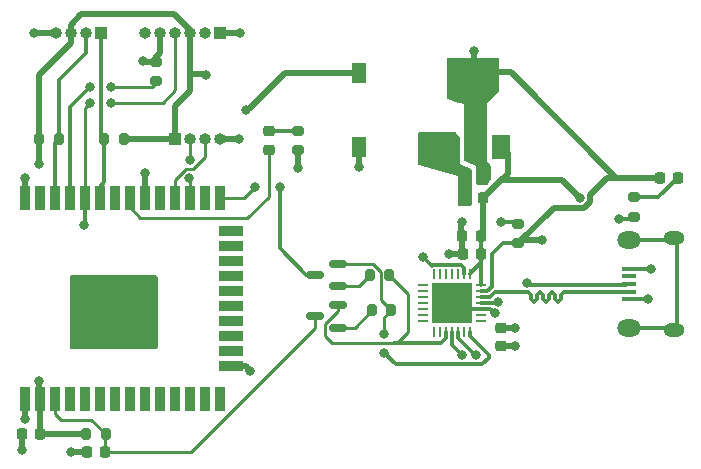
<source format=gbr>
%TF.GenerationSoftware,KiCad,Pcbnew,(6.0.2)*%
%TF.CreationDate,2022-04-08T16:17:17-05:00*%
%TF.ProjectId,Tlapixki-HelloWorld,546c6170-6978-46b6-992d-48656c6c6f57,rev?*%
%TF.SameCoordinates,Original*%
%TF.FileFunction,Copper,L1,Top*%
%TF.FilePolarity,Positive*%
%FSLAX46Y46*%
G04 Gerber Fmt 4.6, Leading zero omitted, Abs format (unit mm)*
G04 Created by KiCad (PCBNEW (6.0.2)) date 2022-04-08 16:17:17*
%MOMM*%
%LPD*%
G01*
G04 APERTURE LIST*
G04 Aperture macros list*
%AMRoundRect*
0 Rectangle with rounded corners*
0 $1 Rounding radius*
0 $2 $3 $4 $5 $6 $7 $8 $9 X,Y pos of 4 corners*
0 Add a 4 corners polygon primitive as box body*
4,1,4,$2,$3,$4,$5,$6,$7,$8,$9,$2,$3,0*
0 Add four circle primitives for the rounded corners*
1,1,$1+$1,$2,$3*
1,1,$1+$1,$4,$5*
1,1,$1+$1,$6,$7*
1,1,$1+$1,$8,$9*
0 Add four rect primitives between the rounded corners*
20,1,$1+$1,$2,$3,$4,$5,0*
20,1,$1+$1,$4,$5,$6,$7,0*
20,1,$1+$1,$6,$7,$8,$9,0*
20,1,$1+$1,$8,$9,$2,$3,0*%
G04 Aperture macros list end*
%TA.AperFunction,SMDPad,CuDef*%
%ADD10RoundRect,0.225000X0.225000X0.250000X-0.225000X0.250000X-0.225000X-0.250000X0.225000X-0.250000X0*%
%TD*%
%TA.AperFunction,SMDPad,CuDef*%
%ADD11RoundRect,0.200000X-0.275000X0.200000X-0.275000X-0.200000X0.275000X-0.200000X0.275000X0.200000X0*%
%TD*%
%TA.AperFunction,SMDPad,CuDef*%
%ADD12RoundRect,0.200000X0.200000X0.275000X-0.200000X0.275000X-0.200000X-0.275000X0.200000X-0.275000X0*%
%TD*%
%TA.AperFunction,SMDPad,CuDef*%
%ADD13RoundRect,0.200000X-0.200000X-0.275000X0.200000X-0.275000X0.200000X0.275000X-0.200000X0.275000X0*%
%TD*%
%TA.AperFunction,SMDPad,CuDef*%
%ADD14RoundRect,0.150000X0.587500X0.150000X-0.587500X0.150000X-0.587500X-0.150000X0.587500X-0.150000X0*%
%TD*%
%TA.AperFunction,SMDPad,CuDef*%
%ADD15R,1.500000X2.000000*%
%TD*%
%TA.AperFunction,SMDPad,CuDef*%
%ADD16R,3.800000X2.000000*%
%TD*%
%TA.AperFunction,ComponentPad*%
%ADD17R,1.000000X1.000000*%
%TD*%
%TA.AperFunction,ComponentPad*%
%ADD18O,1.000000X1.000000*%
%TD*%
%TA.AperFunction,SMDPad,CuDef*%
%ADD19RoundRect,0.200000X0.275000X-0.200000X0.275000X0.200000X-0.275000X0.200000X-0.275000X-0.200000X0*%
%TD*%
%TA.AperFunction,SMDPad,CuDef*%
%ADD20RoundRect,0.218750X0.218750X0.256250X-0.218750X0.256250X-0.218750X-0.256250X0.218750X-0.256250X0*%
%TD*%
%TA.AperFunction,SMDPad,CuDef*%
%ADD21RoundRect,0.062500X0.337500X0.062500X-0.337500X0.062500X-0.337500X-0.062500X0.337500X-0.062500X0*%
%TD*%
%TA.AperFunction,SMDPad,CuDef*%
%ADD22RoundRect,0.062500X0.062500X0.337500X-0.062500X0.337500X-0.062500X-0.337500X0.062500X-0.337500X0*%
%TD*%
%TA.AperFunction,SMDPad,CuDef*%
%ADD23R,3.350000X3.350000*%
%TD*%
%TA.AperFunction,SMDPad,CuDef*%
%ADD24RoundRect,0.225000X-0.250000X0.225000X-0.250000X-0.225000X0.250000X-0.225000X0.250000X0.225000X0*%
%TD*%
%TA.AperFunction,SMDPad,CuDef*%
%ADD25R,1.300000X0.450000*%
%TD*%
%TA.AperFunction,ComponentPad*%
%ADD26O,1.800000X1.150000*%
%TD*%
%TA.AperFunction,ComponentPad*%
%ADD27O,2.000000X1.450000*%
%TD*%
%TA.AperFunction,SMDPad,CuDef*%
%ADD28RoundRect,0.218750X-0.256250X0.218750X-0.256250X-0.218750X0.256250X-0.218750X0.256250X0.218750X0*%
%TD*%
%TA.AperFunction,SMDPad,CuDef*%
%ADD29R,0.900000X2.000000*%
%TD*%
%TA.AperFunction,SMDPad,CuDef*%
%ADD30R,2.000000X0.900000*%
%TD*%
%TA.AperFunction,SMDPad,CuDef*%
%ADD31R,5.000000X5.000000*%
%TD*%
%TA.AperFunction,SMDPad,CuDef*%
%ADD32R,1.200000X1.750000*%
%TD*%
%TA.AperFunction,ViaPad*%
%ADD33C,0.800000*%
%TD*%
%TA.AperFunction,Conductor*%
%ADD34C,0.500000*%
%TD*%
%TA.AperFunction,Conductor*%
%ADD35C,0.300000*%
%TD*%
%TA.AperFunction,Conductor*%
%ADD36C,0.250000*%
%TD*%
G04 APERTURE END LIST*
D10*
%TO.P,C3,1*%
%TO.N,+3V3*%
X108775000Y-112500000D03*
%TO.P,C3,2*%
%TO.N,GND*%
X107225000Y-112500000D03*
%TD*%
D11*
%TO.P,R9,1*%
%TO.N,Net-(D2-Pad1)*%
X93100000Y-108775000D03*
%TO.P,R9,2*%
%TO.N,GND*%
X93100000Y-110425000D03*
%TD*%
D12*
%TO.P,R8,1*%
%TO.N,+3V3*%
X78325000Y-109500000D03*
%TO.P,R8,2*%
%TO.N,SDA*%
X76675000Y-109500000D03*
%TD*%
D11*
%TO.P,R4,1*%
%TO.N,Net-(D1-Pad1)*%
X121500000Y-114425000D03*
%TO.P,R4,2*%
%TO.N,GND*%
X121500000Y-116075000D03*
%TD*%
D13*
%TO.P,R6,1*%
%TO.N,+3V3*%
X75175000Y-134500000D03*
%TO.P,R6,2*%
%TO.N,EN*%
X76825000Y-134500000D03*
%TD*%
D10*
%TO.P,C2,1*%
%TO.N,VBUS*%
X108550000Y-117700000D03*
%TO.P,C2,2*%
%TO.N,GND*%
X107000000Y-117700000D03*
%TD*%
D14*
%TO.P,Q1,1,B*%
%TO.N,Net-(Q1-Pad1)*%
X96437500Y-125450000D03*
%TO.P,Q1,2,E*%
%TO.N,RTS*%
X96437500Y-123550000D03*
%TO.P,Q1,3,C*%
%TO.N,EN*%
X94562500Y-124500000D03*
%TD*%
D15*
%TO.P,U1,1,GND*%
%TO.N,GND*%
X105700000Y-110150000D03*
%TO.P,U1,2,VO*%
%TO.N,+3V3*%
X108000000Y-110150000D03*
D16*
X108000000Y-103850000D03*
D15*
%TO.P,U1,3,VI*%
%TO.N,VBUS*%
X110300000Y-110150000D03*
%TD*%
D17*
%TO.P,J2,1,Pin_1*%
%TO.N,GND*%
X86500000Y-100500000D03*
D18*
%TO.P,J2,2,Pin_2*%
%TO.N,unconnected-(J2-Pad2)*%
X85230000Y-100500000D03*
%TO.P,J2,3,Pin_3*%
%TO.N,+3V3*%
X83960000Y-100500000D03*
%TO.P,J2,4,Pin_4*%
%TO.N,RX0*%
X82690000Y-100500000D03*
%TO.P,J2,5,Pin_5*%
%TO.N,TX0*%
X81420000Y-100500000D03*
%TO.P,J2,6,Pin_6*%
%TO.N,unconnected-(J2-Pad6)*%
X80150000Y-100500000D03*
%TD*%
D10*
%TO.P,C1,1*%
%TO.N,VBUS*%
X108775000Y-114500000D03*
%TO.P,C1,2*%
%TO.N,GND*%
X107225000Y-114500000D03*
%TD*%
D13*
%TO.P,R7,1*%
%TO.N,+3V3*%
X71175000Y-109500000D03*
%TO.P,R7,2*%
%TO.N,SCL*%
X72825000Y-109500000D03*
%TD*%
D10*
%TO.P,C4,1*%
%TO.N,VBUS*%
X108575000Y-119200000D03*
%TO.P,C4,2*%
%TO.N,GND*%
X107025000Y-119200000D03*
%TD*%
D19*
%TO.P,R5,1*%
%TO.N,Net-(R5-Pad1)*%
X81050000Y-104575000D03*
%TO.P,R5,2*%
%TO.N,TX0*%
X81050000Y-102925000D03*
%TD*%
D20*
%TO.P,D1,1,K*%
%TO.N,Net-(D1-Pad1)*%
X125287500Y-112750000D03*
%TO.P,D1,2,A*%
%TO.N,+3V3*%
X123712500Y-112750000D03*
%TD*%
D21*
%TO.P,U2,1,~{DCD}*%
%TO.N,unconnected-(U2-Pad1)*%
X108570000Y-124870000D03*
%TO.P,U2,2,~{RI}/CLK*%
%TO.N,unconnected-(U2-Pad2)*%
X108570000Y-124370000D03*
%TO.P,U2,3,GND*%
%TO.N,GND*%
X108570000Y-123870000D03*
%TO.P,U2,4,D+*%
%TO.N,/USB_D+*%
X108570000Y-123370000D03*
%TO.P,U2,5,D-*%
%TO.N,/USB_D-*%
X108570000Y-122870000D03*
%TO.P,U2,6,VDD*%
%TO.N,+3V3*%
X108570000Y-122370000D03*
%TO.P,U2,7,VREGIN*%
%TO.N,VBUS*%
X108570000Y-121870000D03*
D22*
%TO.P,U2,8,VBUS*%
X107620000Y-120920000D03*
%TO.P,U2,9,~{RST}*%
%TO.N,Net-(R3-Pad1)*%
X107120000Y-120920000D03*
%TO.P,U2,10,NC*%
%TO.N,unconnected-(U2-Pad10)*%
X106620000Y-120920000D03*
%TO.P,U2,11,~{SUSPEND}*%
%TO.N,unconnected-(U2-Pad11)*%
X106120000Y-120920000D03*
%TO.P,U2,12,SUSPEND*%
%TO.N,unconnected-(U2-Pad12)*%
X105620000Y-120920000D03*
%TO.P,U2,13,CHREN*%
%TO.N,unconnected-(U2-Pad13)*%
X105120000Y-120920000D03*
%TO.P,U2,14,CHR1*%
%TO.N,unconnected-(U2-Pad14)*%
X104620000Y-120920000D03*
D21*
%TO.P,U2,15,CHR0*%
%TO.N,unconnected-(U2-Pad15)*%
X103670000Y-121870000D03*
%TO.P,U2,16,~{WAKEUP}/GPIO.3*%
%TO.N,unconnected-(U2-Pad16)*%
X103670000Y-122370000D03*
%TO.P,U2,17,RS485/GPIO.2*%
%TO.N,unconnected-(U2-Pad17)*%
X103670000Y-122870000D03*
%TO.P,U2,18,~{RXT}/GPIO.1*%
%TO.N,unconnected-(U2-Pad18)*%
X103670000Y-123370000D03*
%TO.P,U2,19,~{TXT}/GPIO.0*%
%TO.N,unconnected-(U2-Pad19)*%
X103670000Y-123870000D03*
%TO.P,U2,20,GPIO.6*%
%TO.N,unconnected-(U2-Pad20)*%
X103670000Y-124370000D03*
%TO.P,U2,21,GPIO.5*%
%TO.N,unconnected-(U2-Pad21)*%
X103670000Y-124870000D03*
D22*
%TO.P,U2,22,GPIO.4*%
%TO.N,unconnected-(U2-Pad22)*%
X104620000Y-125820000D03*
%TO.P,U2,23,~{CTS}*%
%TO.N,unconnected-(U2-Pad23)*%
X105120000Y-125820000D03*
%TO.P,U2,24,~{RTS}*%
%TO.N,RTS*%
X105620000Y-125820000D03*
%TO.P,U2,25,RXD*%
%TO.N,TX0*%
X106120000Y-125820000D03*
%TO.P,U2,26,TXD*%
%TO.N,RX0*%
X106620000Y-125820000D03*
%TO.P,U2,27,~{DSR}*%
%TO.N,unconnected-(U2-Pad27)*%
X107120000Y-125820000D03*
%TO.P,U2,28,~{DTR}*%
%TO.N,DTR*%
X107620000Y-125820000D03*
D23*
%TO.P,U2,29,GND*%
%TO.N,GND*%
X106120000Y-123370000D03*
%TD*%
D24*
%TO.P,C5,1*%
%TO.N,+3V3*%
X110250000Y-125475000D03*
%TO.P,C5,2*%
%TO.N,GND*%
X110250000Y-127025000D03*
%TD*%
D10*
%TO.P,C7,1*%
%TO.N,+3V3*%
X71275000Y-134500000D03*
%TO.P,C7,2*%
%TO.N,GND*%
X69725000Y-134500000D03*
%TD*%
D11*
%TO.P,R3,1*%
%TO.N,Net-(R3-Pad1)*%
X111750000Y-116675000D03*
%TO.P,R3,2*%
%TO.N,+3V3*%
X111750000Y-118325000D03*
%TD*%
D25*
%TO.P,J1,1,VBUS*%
%TO.N,VBUS*%
X121100000Y-123050000D03*
%TO.P,J1,2,D-*%
%TO.N,/USB_D-*%
X121100000Y-122400000D03*
%TO.P,J1,3,D+*%
%TO.N,/USB_D+*%
X121100000Y-121750000D03*
%TO.P,J1,4,ID*%
%TO.N,unconnected-(J1-Pad4)*%
X121100000Y-121100000D03*
%TO.P,J1,5,GND*%
%TO.N,GND*%
X121100000Y-120450000D03*
D26*
%TO.P,J1,6,Shield*%
%TO.N,unconnected-(J1-Pad6)*%
X124950000Y-125625000D03*
D27*
X121150000Y-118025000D03*
X121150000Y-125475000D03*
D26*
X124950000Y-117875000D03*
%TD*%
D10*
%TO.P,C6,1*%
%TO.N,EN*%
X76775000Y-136000000D03*
%TO.P,C6,2*%
%TO.N,GND*%
X75225000Y-136000000D03*
%TD*%
D17*
%TO.P,J3,1,Pin_1*%
%TO.N,SDA*%
X76400000Y-100500000D03*
D18*
%TO.P,J3,2,Pin_2*%
%TO.N,SCL*%
X75130000Y-100500000D03*
%TO.P,J3,3,Pin_3*%
%TO.N,+3V3*%
X73860000Y-100500000D03*
%TO.P,J3,4,Pin_4*%
%TO.N,GND*%
X72590000Y-100500000D03*
%TD*%
D17*
%TO.P,J4,1,Pin_1*%
%TO.N,+3V3*%
X82690000Y-109500000D03*
D18*
%TO.P,J4,2,Pin_2*%
%TO.N,RX2*%
X83960000Y-109500000D03*
%TO.P,J4,3,Pin_3*%
%TO.N,TX2*%
X85230000Y-109500000D03*
%TO.P,J4,4,Pin_4*%
%TO.N,GND*%
X86500000Y-109500000D03*
%TD*%
D28*
%TO.P,D2,1,K*%
%TO.N,Net-(D2-Pad1)*%
X90600000Y-108812500D03*
%TO.P,D2,2,A*%
%TO.N,GPIO19*%
X90600000Y-110387500D03*
%TD*%
D14*
%TO.P,Q2,1,B*%
%TO.N,Net-(Q2-Pad1)*%
X96437500Y-121950000D03*
%TO.P,Q2,2,E*%
%TO.N,DTR*%
X96437500Y-120050000D03*
%TO.P,Q2,3,C*%
%TO.N,GPIO0*%
X94562500Y-121000000D03*
%TD*%
D12*
%TO.P,R2,1*%
%TO.N,RTS*%
X100825000Y-121000000D03*
%TO.P,R2,2*%
%TO.N,Net-(Q2-Pad1)*%
X99175000Y-121000000D03*
%TD*%
D29*
%TO.P,U3,1,GND*%
%TO.N,GND*%
X69945000Y-131500000D03*
%TO.P,U3,2,VDD*%
%TO.N,+3V3*%
X71215000Y-131500000D03*
%TO.P,U3,3,EN*%
%TO.N,EN*%
X72485000Y-131500000D03*
%TO.P,U3,4,SENSOR_VP*%
%TO.N,unconnected-(U3-Pad4)*%
X73755000Y-131500000D03*
%TO.P,U3,5,SENSOR_VN*%
%TO.N,unconnected-(U3-Pad5)*%
X75025000Y-131500000D03*
%TO.P,U3,6,IO34*%
%TO.N,unconnected-(U3-Pad6)*%
X76295000Y-131500000D03*
%TO.P,U3,7,IO35*%
%TO.N,unconnected-(U3-Pad7)*%
X77565000Y-131500000D03*
%TO.P,U3,8,IO32*%
%TO.N,unconnected-(U3-Pad8)*%
X78835000Y-131500000D03*
%TO.P,U3,9,IO33*%
%TO.N,unconnected-(U3-Pad9)*%
X80105000Y-131500000D03*
%TO.P,U3,10,IO25*%
%TO.N,unconnected-(U3-Pad10)*%
X81375000Y-131500000D03*
%TO.P,U3,11,IO26*%
%TO.N,unconnected-(U3-Pad11)*%
X82645000Y-131500000D03*
%TO.P,U3,12,IO27*%
%TO.N,unconnected-(U3-Pad12)*%
X83915000Y-131500000D03*
%TO.P,U3,13,IO14*%
%TO.N,unconnected-(U3-Pad13)*%
X85185000Y-131500000D03*
%TO.P,U3,14,IO12*%
%TO.N,unconnected-(U3-Pad14)*%
X86455000Y-131500000D03*
D30*
%TO.P,U3,15,GND*%
%TO.N,GND*%
X87455000Y-128715000D03*
%TO.P,U3,16,IO13*%
%TO.N,unconnected-(U3-Pad16)*%
X87455000Y-127445000D03*
%TO.P,U3,17,SHD/SD2*%
%TO.N,unconnected-(U3-Pad17)*%
X87455000Y-126175000D03*
%TO.P,U3,18,SWP/SD3*%
%TO.N,unconnected-(U3-Pad18)*%
X87455000Y-124905000D03*
%TO.P,U3,19,SCS/CMD*%
%TO.N,unconnected-(U3-Pad19)*%
X87455000Y-123635000D03*
%TO.P,U3,20,SCK/CLK*%
%TO.N,unconnected-(U3-Pad20)*%
X87455000Y-122365000D03*
%TO.P,U3,21,SDO/SD0*%
%TO.N,unconnected-(U3-Pad21)*%
X87455000Y-121095000D03*
%TO.P,U3,22,SDI/SD1*%
%TO.N,unconnected-(U3-Pad22)*%
X87455000Y-119825000D03*
%TO.P,U3,23,IO15*%
%TO.N,unconnected-(U3-Pad23)*%
X87455000Y-118555000D03*
%TO.P,U3,24,IO2*%
%TO.N,unconnected-(U3-Pad24)*%
X87455000Y-117285000D03*
D29*
%TO.P,U3,25,IO0*%
%TO.N,GPIO0*%
X86455000Y-114500000D03*
%TO.P,U3,26,IO4*%
%TO.N,unconnected-(U3-Pad26)*%
X85185000Y-114500000D03*
%TO.P,U3,27,IO16*%
%TO.N,RX2*%
X83915000Y-114500000D03*
%TO.P,U3,28,IO17*%
%TO.N,TX2*%
X82645000Y-114500000D03*
%TO.P,U3,29,IO5*%
%TO.N,unconnected-(U3-Pad29)*%
X81375000Y-114500000D03*
%TO.P,U3,30,IO18*%
%TO.N,GPIO18*%
X80105000Y-114500000D03*
%TO.P,U3,31,IO19*%
%TO.N,GPIO19*%
X78835000Y-114500000D03*
%TO.P,U3,32,NC*%
%TO.N,unconnected-(U3-Pad32)*%
X77565000Y-114500000D03*
%TO.P,U3,33,IO21*%
%TO.N,SDA*%
X76295000Y-114500000D03*
%TO.P,U3,34,RXD0/IO3*%
%TO.N,RX0*%
X75025000Y-114500000D03*
%TO.P,U3,35,TXD0/IO1*%
%TO.N,Net-(R5-Pad1)*%
X73755000Y-114500000D03*
%TO.P,U3,36,IO22*%
%TO.N,SCL*%
X72485000Y-114500000D03*
%TO.P,U3,37,IO23*%
%TO.N,unconnected-(U3-Pad37)*%
X71215000Y-114500000D03*
%TO.P,U3,38,GND*%
%TO.N,GND*%
X69945000Y-114500000D03*
D31*
%TO.P,U3,39,GND*%
X77445000Y-124000000D03*
%TD*%
D32*
%TO.P,S1,1*%
%TO.N,GND*%
X98250000Y-110125000D03*
%TO.P,S1,2*%
%TO.N,GPIO18*%
X98250000Y-103875000D03*
%TD*%
D12*
%TO.P,R1,1*%
%TO.N,DTR*%
X101000000Y-124000000D03*
%TO.P,R1,2*%
%TO.N,Net-(Q1-Pad1)*%
X99350000Y-124000000D03*
%TD*%
D33*
%TO.N,GND*%
X69945000Y-133195000D03*
X80750000Y-125750000D03*
X80750000Y-124750000D03*
X80750000Y-123750000D03*
X80750000Y-121750000D03*
X80750000Y-122750000D03*
X74250000Y-125750000D03*
X74250000Y-124750000D03*
X74250000Y-123750000D03*
X74250000Y-122750000D03*
X74250000Y-121750000D03*
%TO.N,VBUS*%
X116950000Y-114500000D03*
X122750000Y-123000000D03*
%TO.N,GND*%
X73900000Y-136000000D03*
X88100000Y-109500000D03*
X70750000Y-100500000D03*
X70000000Y-112750000D03*
X93100000Y-111900000D03*
X120250000Y-116250000D03*
X89050000Y-129100000D03*
X111500000Y-127000000D03*
X88150000Y-100500000D03*
X123000000Y-120500000D03*
X109750000Y-124250000D03*
X69700000Y-135850000D03*
X98250000Y-111850000D03*
X103750000Y-110650000D03*
X106950000Y-116531321D03*
X105900000Y-119200000D03*
X103750000Y-109500000D03*
%TO.N,+3V3*%
X71200000Y-111600000D03*
X71200000Y-130000000D03*
X113750000Y-118000000D03*
X85300000Y-104050000D03*
X107950000Y-102000000D03*
X111500000Y-125500000D03*
%TO.N,/USB_D+*%
X110012287Y-123254096D03*
X112500000Y-121655500D03*
%TO.N,RX0*%
X75000000Y-116750000D03*
X77300000Y-106400000D03*
X108150000Y-127750000D03*
X75500000Y-106400000D03*
%TO.N,TX0*%
X79950000Y-102850000D03*
X107000000Y-127800000D03*
%TO.N,RX2*%
X83900000Y-112750000D03*
X83950000Y-111250000D03*
%TO.N,DTR*%
X100400000Y-127600000D03*
X100400000Y-126000000D03*
%TO.N,GPIO0*%
X89450000Y-113550000D03*
X91550000Y-113550000D03*
%TO.N,Net-(R3-Pad1)*%
X110250000Y-116500000D03*
X103650000Y-119450000D03*
%TO.N,GPIO18*%
X88700000Y-107000000D03*
X80150000Y-112400000D03*
%TO.N,Net-(R5-Pad1)*%
X77300000Y-105100000D03*
X75500000Y-105050000D03*
%TD*%
D34*
%TO.N,GND*%
X69945000Y-131500000D02*
X69945000Y-133195000D01*
%TO.N,VBUS*%
X110300000Y-112975000D02*
X110850000Y-112425000D01*
X108575000Y-119200000D02*
X108575000Y-119575000D01*
D35*
X108575000Y-119925000D02*
X108575000Y-119200000D01*
D34*
X108775000Y-116625000D02*
X108775000Y-117775000D01*
X110300000Y-112975000D02*
X115425000Y-112975000D01*
D35*
X122750000Y-123000000D02*
X122695000Y-123055000D01*
D34*
X115425000Y-112975000D02*
X116950000Y-114500000D01*
X108775000Y-114500000D02*
X108775000Y-116625000D01*
D35*
X107620000Y-120920000D02*
X107620000Y-120880000D01*
X108570000Y-119930000D02*
X108575000Y-119925000D01*
D34*
X110850000Y-110700000D02*
X110300000Y-110150000D01*
D35*
X107620000Y-120880000D02*
X108575000Y-119925000D01*
X122695000Y-123055000D02*
X121345000Y-123055000D01*
D34*
X110850000Y-112425000D02*
X110850000Y-110700000D01*
D35*
X108550000Y-119500000D02*
X108550000Y-118000000D01*
X108570000Y-121870000D02*
X108570000Y-119930000D01*
D34*
X108775000Y-114500000D02*
X110300000Y-112975000D01*
%TO.N,GND*%
X111475000Y-127025000D02*
X111500000Y-127000000D01*
X87455000Y-128715000D02*
X88665000Y-128715000D01*
D35*
X109370000Y-123870000D02*
X108570000Y-123870000D01*
D34*
X107025000Y-119200000D02*
X105900000Y-119200000D01*
X75225000Y-136000000D02*
X73900000Y-136000000D01*
X86500000Y-100500000D02*
X88150000Y-100500000D01*
X69725000Y-135825000D02*
X69700000Y-135850000D01*
X98250000Y-110125000D02*
X98250000Y-111850000D01*
X88100000Y-109500000D02*
X86500000Y-109500000D01*
X107000000Y-119175000D02*
X107025000Y-119200000D01*
D35*
X108570000Y-123870000D02*
X106620000Y-123870000D01*
X121345000Y-120455000D02*
X122955000Y-120455000D01*
X121325000Y-116250000D02*
X121500000Y-116075000D01*
X120250000Y-116250000D02*
X121325000Y-116250000D01*
D34*
X69725000Y-134500000D02*
X69725000Y-135825000D01*
X106900000Y-116581321D02*
X106900000Y-117900000D01*
D35*
X106620000Y-123870000D02*
X106120000Y-123370000D01*
D34*
X69945000Y-112805000D02*
X70000000Y-112750000D01*
D35*
X109750000Y-124250000D02*
X109370000Y-123870000D01*
X122955000Y-120455000D02*
X123000000Y-120500000D01*
D34*
X93100000Y-110425000D02*
X93100000Y-111900000D01*
X88665000Y-128715000D02*
X89050000Y-129100000D01*
X106950000Y-116531321D02*
X106900000Y-116581321D01*
D35*
X107000000Y-123500000D02*
X107500000Y-124000000D01*
D34*
X110250000Y-127025000D02*
X111475000Y-127025000D01*
X70750000Y-100500000D02*
X72590000Y-100500000D01*
X107000000Y-117700000D02*
X107000000Y-119175000D01*
X69945000Y-114500000D02*
X69945000Y-112805000D01*
D35*
%TO.N,+3V3*%
X110425000Y-118325000D02*
X111750000Y-118325000D01*
D34*
X119250000Y-112750000D02*
X117799511Y-114200489D01*
X71215000Y-134440000D02*
X71275000Y-134500000D01*
X71200000Y-130000000D02*
X71200000Y-131485000D01*
X83960000Y-100260000D02*
X83960000Y-100500000D01*
X82690000Y-106710000D02*
X82690000Y-109500000D01*
X117799511Y-114200489D02*
X117799511Y-114851880D01*
X71275000Y-134500000D02*
X75175000Y-134500000D01*
X117301880Y-115349511D02*
X114725489Y-115349511D01*
X111100000Y-103850000D02*
X120000000Y-112750000D01*
X71150000Y-109475000D02*
X71175000Y-109500000D01*
X82600000Y-98900000D02*
X83960000Y-100260000D01*
D35*
X109500000Y-122000000D02*
X109500000Y-119250000D01*
D34*
X71175000Y-109500000D02*
X71175000Y-111575000D01*
X85210000Y-103960000D02*
X85300000Y-104050000D01*
D35*
X109500000Y-119250000D02*
X110425000Y-118325000D01*
D34*
X117799511Y-114851880D02*
X117301880Y-115349511D01*
X71215000Y-131500000D02*
X71215000Y-134440000D01*
X120000000Y-112750000D02*
X121000000Y-112750000D01*
D35*
X108570000Y-122370000D02*
X109130000Y-122370000D01*
D34*
X114725489Y-115349511D02*
X111750000Y-118325000D01*
X73860000Y-101340000D02*
X71150000Y-104050000D01*
X107950000Y-103800000D02*
X108000000Y-103850000D01*
X112075000Y-118000000D02*
X111750000Y-118325000D01*
X73860000Y-100500000D02*
X73860000Y-99790000D01*
X74750000Y-98900000D02*
X82600000Y-98900000D01*
X73860000Y-99790000D02*
X74750000Y-98900000D01*
X71175000Y-111575000D02*
X71200000Y-111600000D01*
X108000000Y-103850000D02*
X111100000Y-103850000D01*
X71200000Y-131485000D02*
X71215000Y-131500000D01*
X121000000Y-112750000D02*
X119250000Y-112750000D01*
X111475000Y-125475000D02*
X110250000Y-125475000D01*
X78325000Y-109500000D02*
X82690000Y-109500000D01*
D35*
X109130000Y-122370000D02*
X109500000Y-122000000D01*
D34*
X83960000Y-103960000D02*
X83960000Y-105440000D01*
X107950000Y-102000000D02*
X107950000Y-103800000D01*
X83960000Y-103960000D02*
X85210000Y-103960000D01*
X121000000Y-112750000D02*
X123712500Y-112750000D01*
X111500000Y-125500000D02*
X111475000Y-125475000D01*
X83960000Y-105440000D02*
X82690000Y-106710000D01*
X113750000Y-118000000D02*
X112075000Y-118000000D01*
X71150000Y-104850000D02*
X71150000Y-109475000D01*
X73860000Y-100500000D02*
X73860000Y-101340000D01*
X71150000Y-104050000D02*
X71150000Y-104850000D01*
X83960000Y-100500000D02*
X83960000Y-103960000D01*
D36*
%TO.N,EN*%
X84054022Y-136000000D02*
X94562500Y-125491522D01*
X72985000Y-133250000D02*
X75575000Y-133250000D01*
X94562500Y-125491522D02*
X94562500Y-124500000D01*
X76775000Y-136000000D02*
X84054022Y-136000000D01*
X76775000Y-136000000D02*
X76775000Y-134550000D01*
X72485000Y-132750000D02*
X72985000Y-133250000D01*
X75575000Y-133250000D02*
X76825000Y-134500000D01*
X72485000Y-131500000D02*
X72485000Y-132750000D01*
X76775000Y-134550000D02*
X76825000Y-134500000D01*
D35*
%TO.N,Net-(D1-Pad1)*%
X121500000Y-114425000D02*
X123612500Y-114425000D01*
X123612500Y-114425000D02*
X125287500Y-112750000D01*
%TO.N,Net-(D2-Pad1)*%
X90600000Y-108812500D02*
X93062500Y-108812500D01*
X93062500Y-108812500D02*
X93100000Y-108775000D01*
D36*
%TO.N,GPIO19*%
X88800000Y-116150000D02*
X79750000Y-116150000D01*
X90600000Y-110387500D02*
X90600000Y-114350000D01*
X79750000Y-116150000D02*
X78835000Y-115235000D01*
X90600000Y-114350000D02*
X88800000Y-116150000D01*
X78835000Y-115235000D02*
X78835000Y-114500000D01*
D35*
%TO.N,/USB_D-*%
X115345000Y-122655000D02*
X115595000Y-122405000D01*
X113595000Y-122405000D02*
X113845000Y-122655000D01*
X112845000Y-122655000D02*
X112845000Y-123016734D01*
X115345000Y-123016734D02*
X115345000Y-122655000D01*
X114345000Y-122655000D02*
X114595000Y-122405000D01*
X109336428Y-122870000D02*
X109801428Y-122405000D01*
X109801428Y-122405000D02*
X112595000Y-122405000D01*
X114345000Y-123016734D02*
X114345000Y-122655000D01*
X114095000Y-123266734D02*
X114345000Y-123016734D01*
X113095000Y-123266734D02*
X113345000Y-123016734D01*
X121095000Y-122405000D02*
X121100000Y-122400000D01*
X112845000Y-123016734D02*
X113095000Y-123266734D01*
X112595000Y-122405000D02*
X112845000Y-122655000D01*
X114845000Y-123016734D02*
X115095000Y-123266734D01*
X113345000Y-123016734D02*
X113345000Y-122655000D01*
X113345000Y-122655000D02*
X113595000Y-122405000D01*
X113845000Y-122655000D02*
X113845000Y-123016734D01*
X115095000Y-123266734D02*
X115345000Y-123016734D01*
X115595000Y-122405000D02*
X121095000Y-122405000D01*
X114595000Y-122405000D02*
X114845000Y-122655000D01*
X108570000Y-122870000D02*
X109336428Y-122870000D01*
X113845000Y-123016734D02*
X114095000Y-123266734D01*
X114845000Y-122655000D02*
X114845000Y-123016734D01*
%TO.N,/USB_D+*%
X112500000Y-121655500D02*
X112669989Y-121825489D01*
X110012287Y-123254096D02*
X109896383Y-123370000D01*
X109896383Y-123370000D02*
X108570000Y-123370000D01*
X112669989Y-121825489D02*
X120825489Y-121825489D01*
%TO.N,unconnected-(J1-Pad6)*%
X125045000Y-125480000D02*
X125195000Y-125630000D01*
X125195000Y-125630000D02*
X125195000Y-117880000D01*
X121150000Y-125475000D02*
X124800000Y-125475000D01*
X121395000Y-118030000D02*
X125045000Y-118030000D01*
X124800000Y-125475000D02*
X124950000Y-125625000D01*
X125045000Y-118030000D02*
X125195000Y-117880000D01*
D36*
%TO.N,RX0*%
X81650000Y-106400000D02*
X77300000Y-106400000D01*
D35*
X108067316Y-127750000D02*
X106620000Y-126302684D01*
D36*
X82690000Y-100500000D02*
X82690000Y-105360000D01*
D35*
X75025000Y-116725000D02*
X75025000Y-114500000D01*
X108150000Y-127750000D02*
X108067316Y-127750000D01*
X75000000Y-116750000D02*
X75025000Y-116725000D01*
D36*
X82690000Y-105360000D02*
X81650000Y-106400000D01*
X75025000Y-106875000D02*
X75500000Y-106400000D01*
X75025000Y-114500000D02*
X75025000Y-106875000D01*
D35*
X106620000Y-126302684D02*
X106620000Y-125820000D01*
D34*
%TO.N,TX0*%
X81050000Y-102925000D02*
X80025000Y-102925000D01*
D35*
X107000000Y-127800000D02*
X106120000Y-126920000D01*
D34*
X81000000Y-102600000D02*
X81420000Y-102180000D01*
X81420000Y-102180000D02*
X81420000Y-100500000D01*
X80025000Y-102925000D02*
X79950000Y-102850000D01*
D35*
X106120000Y-126920000D02*
X106120000Y-125820000D01*
%TO.N,SDA*%
X76675000Y-109500000D02*
X76400000Y-109225000D01*
X76700000Y-113150000D02*
X76700000Y-109525000D01*
X76295000Y-114500000D02*
X76295000Y-113555000D01*
X76295000Y-113555000D02*
X76700000Y-113150000D01*
X76400000Y-109225000D02*
X76400000Y-100500000D01*
%TO.N,SCL*%
X72485000Y-109840000D02*
X72825000Y-109500000D01*
X75130000Y-102220000D02*
X75130000Y-100500000D01*
X72825000Y-109500000D02*
X72825000Y-104525000D01*
X72485000Y-114500000D02*
X72485000Y-109840000D01*
X72825000Y-104525000D02*
X75130000Y-102220000D01*
D36*
%TO.N,RX2*%
X83915000Y-114500000D02*
X83915000Y-112765000D01*
X83915000Y-112765000D02*
X83900000Y-112750000D01*
X83960000Y-109500000D02*
X83960000Y-111240000D01*
X83960000Y-111240000D02*
X83950000Y-111250000D01*
%TO.N,TX2*%
X85230000Y-110994614D02*
X84199125Y-112025489D01*
X85230000Y-109500000D02*
X85230000Y-110994614D01*
X82645000Y-112955000D02*
X82645000Y-114500000D01*
X83574511Y-112025489D02*
X82645000Y-112955000D01*
X84199125Y-112025489D02*
X83574511Y-112025489D01*
%TO.N,Net-(Q1-Pad1)*%
X99350000Y-124000000D02*
X97900000Y-125450000D01*
X97900000Y-125450000D02*
X96437500Y-125450000D01*
%TO.N,RTS*%
X95375480Y-126175480D02*
X95950000Y-126750000D01*
X96437500Y-123550000D02*
X96437500Y-124041428D01*
D35*
X105223644Y-126750000D02*
X105620000Y-126353644D01*
D36*
X95950000Y-126750000D02*
X101250000Y-126750000D01*
X102400000Y-122575000D02*
X100825000Y-121000000D01*
X95375480Y-125103448D02*
X95375480Y-126175480D01*
D35*
X101250000Y-126750000D02*
X105223644Y-126750000D01*
D36*
X101500000Y-126750000D02*
X102400000Y-125850000D01*
X96437500Y-124041428D02*
X95375480Y-125103448D01*
X102400000Y-125850000D02*
X102400000Y-122575000D01*
X101250000Y-126750000D02*
X101500000Y-126750000D01*
D35*
X105620000Y-126353644D02*
X105620000Y-125820000D01*
D36*
%TO.N,Net-(Q2-Pad1)*%
X96437500Y-121950000D02*
X98225000Y-121950000D01*
X98225000Y-121950000D02*
X99175000Y-121000000D01*
%TO.N,DTR*%
X101000000Y-124000000D02*
X100400000Y-124600000D01*
D35*
X108700489Y-128549511D02*
X109250000Y-128000000D01*
D36*
X99441783Y-120050000D02*
X100100000Y-120708217D01*
D35*
X109250000Y-127790030D02*
X107620000Y-126160030D01*
X100400000Y-127600000D02*
X101349511Y-128549511D01*
D36*
X100100000Y-123100000D02*
X101000000Y-124000000D01*
X100400000Y-124600000D02*
X100400000Y-126000000D01*
D35*
X107620000Y-126160030D02*
X107620000Y-125820000D01*
D36*
X100100000Y-120708217D02*
X100100000Y-123100000D01*
D35*
X101349511Y-128549511D02*
X108700489Y-128549511D01*
D36*
X96437500Y-120050000D02*
X99441783Y-120050000D01*
D35*
X109250000Y-128000000D02*
X109250000Y-127790030D01*
%TO.N,GPIO0*%
X91550000Y-118750000D02*
X91550000Y-113550000D01*
X94562500Y-121000000D02*
X93800000Y-121000000D01*
D36*
X89450000Y-113550000D02*
X88500000Y-114500000D01*
X88500000Y-114500000D02*
X86455000Y-114500000D01*
D35*
X93800000Y-121000000D02*
X91550000Y-118750000D01*
%TO.N,Net-(R3-Pad1)*%
X107120000Y-120920000D02*
X107120000Y-120437316D01*
X107120000Y-120437316D02*
X106853164Y-120170480D01*
X104429520Y-120170480D02*
X104400000Y-120200000D01*
X110250000Y-116500000D02*
X111750000Y-116500000D01*
X104400000Y-120200000D02*
X103650000Y-119450000D01*
X106853164Y-120170480D02*
X104429520Y-120170480D01*
D34*
%TO.N,GPIO18*%
X88950000Y-106950000D02*
X92025000Y-103875000D01*
X80150000Y-114455000D02*
X80105000Y-114500000D01*
X80150000Y-112400000D02*
X80150000Y-114455000D01*
X92025000Y-103875000D02*
X98250000Y-103875000D01*
X88650000Y-106950000D02*
X88950000Y-106950000D01*
D36*
%TO.N,Net-(R5-Pad1)*%
X81000000Y-104825000D02*
X80725000Y-105100000D01*
D35*
X73755000Y-114500000D02*
X73755000Y-106795000D01*
X73755000Y-106795000D02*
X75500000Y-105050000D01*
D36*
X80725000Y-105100000D02*
X77300000Y-105100000D01*
%TD*%
%TA.AperFunction,Conductor*%
%TO.N,+3V3*%
G36*
X110093039Y-102619685D02*
G01*
X110138794Y-102672489D01*
X110150000Y-102724000D01*
X110150000Y-105442968D01*
X110130315Y-105510007D01*
X110106698Y-105537116D01*
X109100000Y-106400000D01*
X109100000Y-111350000D01*
X109107964Y-111359291D01*
X109370148Y-111665173D01*
X109398831Y-111728884D01*
X109400000Y-111745871D01*
X109400000Y-112862456D01*
X109379174Y-112931239D01*
X109136811Y-113294783D01*
X109083246Y-113339644D01*
X109033637Y-113350000D01*
X108274000Y-113350000D01*
X108206961Y-113330315D01*
X108161206Y-113277511D01*
X108150000Y-113226000D01*
X108150000Y-111800000D01*
X107223114Y-111382901D01*
X107170058Y-111337441D01*
X107150000Y-111269824D01*
X107150000Y-106550000D01*
X107137534Y-106545845D01*
X107137533Y-106545844D01*
X106919217Y-106473072D01*
X106700000Y-106400000D01*
X106699092Y-106399728D01*
X106699068Y-106399720D01*
X106178669Y-106243601D01*
X105788368Y-106126510D01*
X105729813Y-106088393D01*
X105701161Y-106024669D01*
X105700000Y-106007741D01*
X105700000Y-102724000D01*
X105719685Y-102656961D01*
X105772489Y-102611206D01*
X105824000Y-102600000D01*
X110026000Y-102600000D01*
X110093039Y-102619685D01*
G37*
%TD.AperFunction*%
%TD*%
%TA.AperFunction,Conductor*%
%TO.N,GND*%
G36*
X106452478Y-108919685D02*
G01*
X106487024Y-108952891D01*
X106777585Y-109367979D01*
X106800000Y-109439088D01*
X106800000Y-111600000D01*
X107726886Y-112017099D01*
X107779942Y-112062559D01*
X107800000Y-112130176D01*
X107800000Y-115026000D01*
X107780315Y-115093039D01*
X107727511Y-115138794D01*
X107676000Y-115150000D01*
X106774000Y-115150000D01*
X106706961Y-115130315D01*
X106661206Y-115077511D01*
X106650000Y-115026000D01*
X106650000Y-112650000D01*
X106638388Y-112646585D01*
X106638387Y-112646584D01*
X104498133Y-112017098D01*
X103339010Y-111676179D01*
X103280250Y-111638379D01*
X103251254Y-111574811D01*
X103250000Y-111557219D01*
X103250000Y-109024000D01*
X103269685Y-108956961D01*
X103322489Y-108911206D01*
X103374000Y-108900000D01*
X106385439Y-108900000D01*
X106452478Y-108919685D01*
G37*
%TD.AperFunction*%
%TD*%
%TA.AperFunction,Conductor*%
%TO.N,GND*%
G36*
X81096288Y-121018954D02*
G01*
X81177070Y-121072930D01*
X81231046Y-121153712D01*
X81250000Y-121249000D01*
X81250000Y-127001000D01*
X81231046Y-127096288D01*
X81177070Y-127177070D01*
X81096288Y-127231046D01*
X81001000Y-127250000D01*
X73999000Y-127250000D01*
X73903712Y-127231046D01*
X73822930Y-127177070D01*
X73768954Y-127096288D01*
X73750000Y-127001000D01*
X73750000Y-121249000D01*
X73768954Y-121153712D01*
X73822930Y-121072930D01*
X73903712Y-121018954D01*
X73999000Y-121000000D01*
X81001000Y-121000000D01*
X81096288Y-121018954D01*
G37*
%TD.AperFunction*%
%TD*%
M02*

</source>
